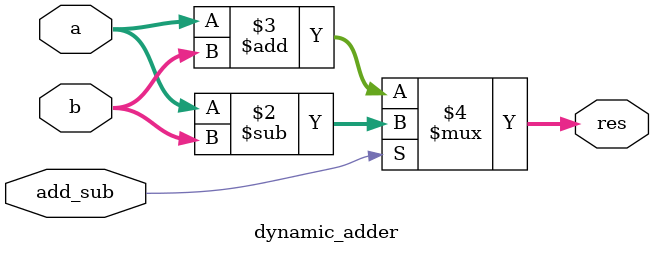
<source format=sv>
module dynamic_adder
#(
  parameter W = 8
)
(
  input logic add_sub, // 0: + ; 1: -
  input logic signed [W - 1 : 0] a, b,
  output logic signed [W : 0] res
);

  always_comb begin
    res = add_sub ? (a - b) : (a + b);
  end
endmodule

</source>
